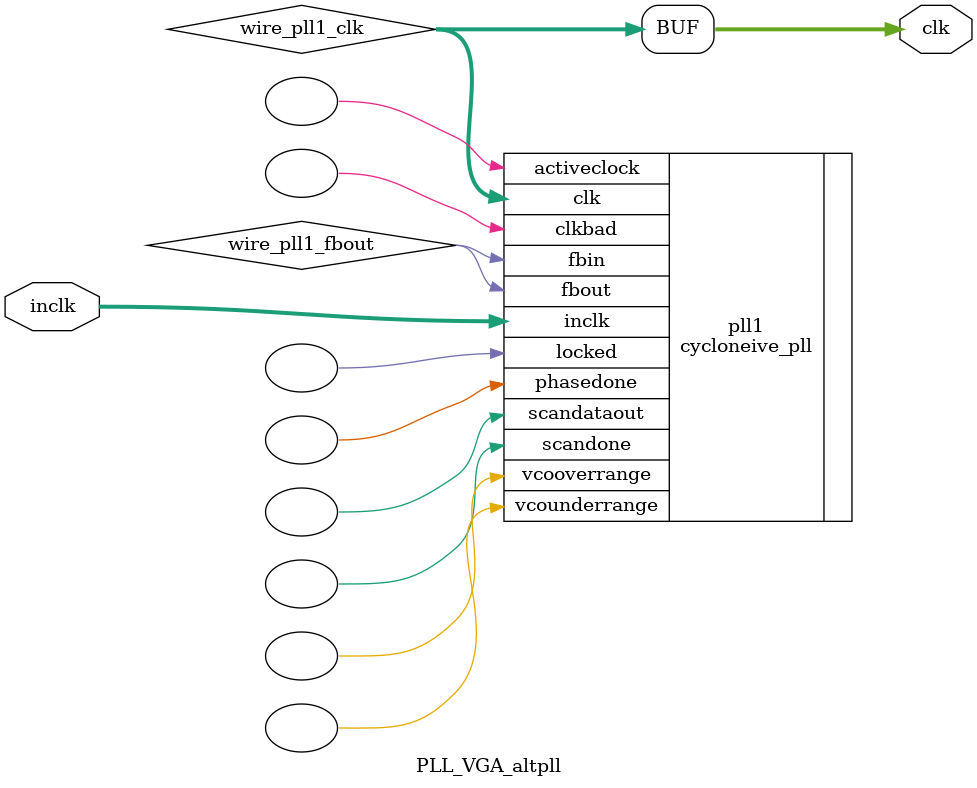
<source format=v>






//synthesis_resources = cycloneive_pll 1 
//synopsys translate_off
`timescale 1 ps / 1 ps
//synopsys translate_on
module  PLL_VGA_altpll
	( 
	clk,
	inclk) /* synthesis synthesis_clearbox=1 */;
	output   [4:0]  clk;
	input   [1:0]  inclk;
`ifndef ALTERA_RESERVED_QIS
// synopsys translate_off
`endif
	tri0   [1:0]  inclk;
`ifndef ALTERA_RESERVED_QIS
// synopsys translate_on
`endif

	wire  [4:0]   wire_pll1_clk;
	wire  wire_pll1_fbout;

	cycloneive_pll   pll1
	( 
	.activeclock(),
	.clk(wire_pll1_clk),
	.clkbad(),
	.fbin(wire_pll1_fbout),
	.fbout(wire_pll1_fbout),
	.inclk(inclk),
	.locked(),
	.phasedone(),
	.scandataout(),
	.scandone(),
	.vcooverrange(),
	.vcounderrange()
	`ifndef FORMAL_VERIFICATION
	// synopsys translate_off
	`endif
	,
	.areset(1'b0),
	.clkswitch(1'b0),
	.configupdate(1'b0),
	.pfdena(1'b1),
	.phasecounterselect({3{1'b0}}),
	.phasestep(1'b0),
	.phaseupdown(1'b0),
	.scanclk(1'b0),
	.scanclkena(1'b1),
	.scandata(1'b0)
	`ifndef FORMAL_VERIFICATION
	// synopsys translate_on
	`endif
	);
	defparam
		pll1.bandwidth_type = "auto",
		pll1.clk0_divide_by = 2,
		pll1.clk0_duty_cycle = 50,
		pll1.clk0_multiply_by = 1,
		pll1.clk0_phase_shift = "0",
		pll1.compensate_clock = "clk0",
		pll1.inclk0_input_frequency = 20000,
		pll1.operation_mode = "normal",
		pll1.pll_type = "auto",
		pll1.lpm_type = "cycloneive_pll";
	assign
		clk = {wire_pll1_clk[4:0]};
endmodule //PLL_VGA_altpll
//VALID FILE

</source>
